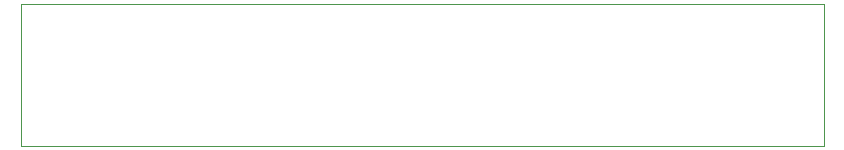
<source format=gbr>
%TF.GenerationSoftware,KiCad,Pcbnew,7.0.7*%
%TF.CreationDate,2023-10-02T21:32:42+02:00*%
%TF.ProjectId,circuitBreaker2.0,63697263-7569-4744-9272-65616b657232,rev?*%
%TF.SameCoordinates,Original*%
%TF.FileFunction,Profile,NP*%
%FSLAX46Y46*%
G04 Gerber Fmt 4.6, Leading zero omitted, Abs format (unit mm)*
G04 Created by KiCad (PCBNEW 7.0.7) date 2023-10-02 21:32:42*
%MOMM*%
%LPD*%
G01*
G04 APERTURE LIST*
%TA.AperFunction,Profile*%
%ADD10C,0.100000*%
%TD*%
G04 APERTURE END LIST*
D10*
X154000000Y-78000000D02*
X154000000Y-66000000D01*
X154000000Y-78000000D02*
X86000000Y-78000000D01*
X86000000Y-66000000D02*
X86000000Y-78000000D01*
X154000000Y-66000000D02*
X86000000Y-66000000D01*
M02*

</source>
